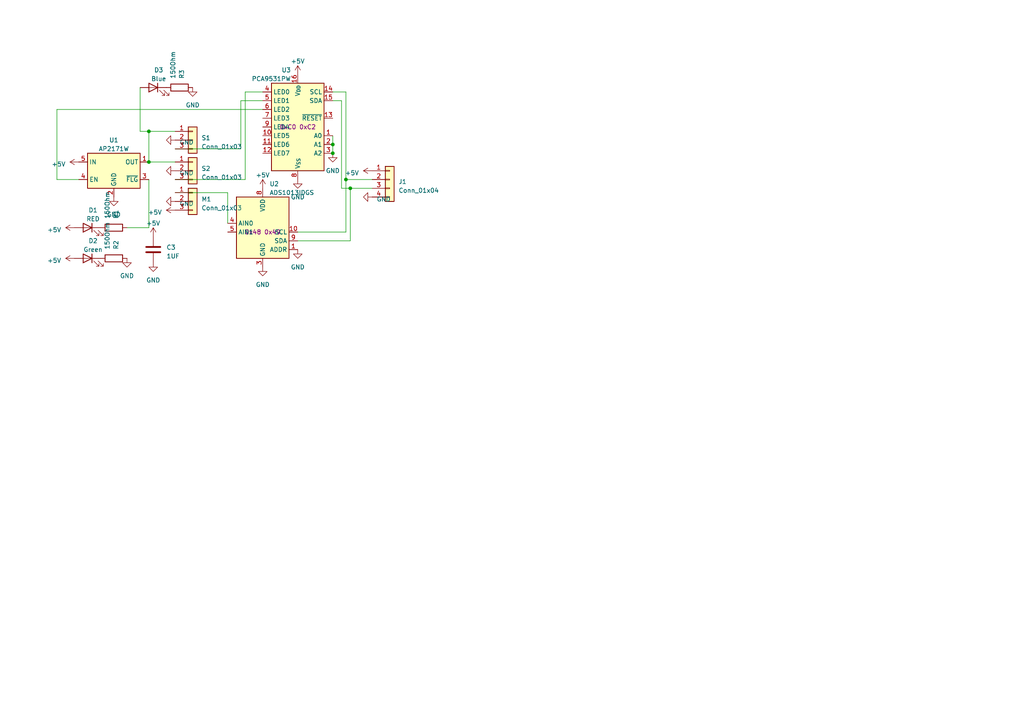
<source format=kicad_sch>
(kicad_sch (version 20230121) (generator eeschema)
  (paper "A4")
  (lib_symbols
    (symbol "Analog_ADC:ADS1013IDGS"
      (property "Reference" "U" (at 2.54 13.97 0))
      (property "Value" "ADS1013IDGS" (at 7.62 11.43 0))
      (symbol "ADS1013IDGS_0_1"
        (rectangle (start -7.62 10.16) (end 7.62 -7.62) (stroke (width 0.254)) (fill (type background)))
      )
      (symbol "ADS1013IDGS_1_1"
        (pin input line (at 10.16 -5.08 180) (length 2.54) (name "ADDR") (number "1"))
        (pin input line (at 10.16 0 180) (length 2.54) (name "SCL") (number "10"))
        (pin no_connect line (at 7.62 7.62 180) (length 2.54) hide (name "~") (number "2"))
        (pin power_in line (at 0 -10.16 90) (length 2.54) (name "GND") (number "3"))
        (pin input line (at -10.16 2.54 0) (length 2.54) (name "AIN0") (number "4"))
        (pin input line (at -10.16 0 0) (length 2.54) (name "AIN1") (number "5"))
        (pin no_connect line (at 7.62 5.08 180) (length 2.54) hide (name "~") (number "6"))
        (pin no_connect line (at 7.62 2.54 180) (length 2.54) hide (name "~") (number "7"))
        (pin power_in line (at 0 12.7 270) (length 2.54) (name "VDD") (number "8"))
        (pin bidirectional line (at 10.16 -2.54 180) (length 2.54) (name "SDA") (number "9"))
      )
    )
    (symbol "Connector_Generic:Conn_01x03" (pin_names (offset 1.016) hide)
      (property "Reference" "J" (at 0 5.08 0))
      (property "Value" "Conn_01x03" (at 0 -5.08 0))
      (symbol "Conn_01x03_1_1"
        (rectangle (start -1.27 -2.413) (end 0 -2.667) (stroke (width 0.1524)))
        (rectangle (start -1.27 0.127) (end 0 -0.127) (stroke (width 0.1524)))
        (rectangle (start -1.27 2.667) (end 0 2.413) (stroke (width 0.1524)))
        (rectangle (start -1.27 3.81) (end 1.27 -3.81) (stroke (width 0.254)) (fill (type background)))
        (pin passive line (at -5.08 2.54 0) (length 3.81) (name "Pin_1") (number "1"))
        (pin passive line (at -5.08 0 0) (length 3.81) (name "Pin_2") (number "2"))
        (pin passive line (at -5.08 -2.54 0) (length 3.81) (name "Pin_3") (number "3"))
      )
    )
    (symbol "Connector_Generic:Conn_01x04" (pin_names (offset 1.016) hide)
      (property "Reference" "J" (at 0 5.08 0))
      (property "Value" "Conn_01x04" (at 0 -7.62 0))
      (symbol "Conn_01x04_1_1"
        (rectangle (start -1.27 -4.953) (end 0 -5.207) (stroke (width 0.1524)))
        (rectangle (start -1.27 -2.413) (end 0 -2.667) (stroke (width 0.1524)))
        (rectangle (start -1.27 0.127) (end 0 -0.127) (stroke (width 0.1524)))
        (rectangle (start -1.27 2.667) (end 0 2.413) (stroke (width 0.1524)))
        (rectangle (start -1.27 3.81) (end 1.27 -6.35) (stroke (width 0.254)) (fill (type background)))
        (pin passive line (at -5.08 2.54 0) (length 3.81) (name "Pin_1") (number "1"))
        (pin passive line (at -5.08 0 0) (length 3.81) (name "Pin_2") (number "2"))
        (pin passive line (at -5.08 -2.54 0) (length 3.81) (name "Pin_3") (number "3"))
        (pin passive line (at -5.08 -5.08 0) (length 3.81) (name "Pin_4") (number "4"))
      )
    )
    (symbol "Device:C" (pin_numbers hide) (pin_names (offset 0.254))
      (property "Reference" "C" (at 0.635 2.54 0))
      (property "Value" "C" (at 0.635 -2.54 0))
      (symbol "C_0_1"
        (polyline (pts (xy -2.032 -0.762) (xy 2.032 -0.762)) (stroke (width 0.508)))
        (polyline (pts (xy -2.032 0.762) (xy 2.032 0.762)) (stroke (width 0.508)))
      )
      (symbol "C_1_1"
        (pin passive line (at 0 3.81 270) (length 2.794) (name "~") (number "1"))
        (pin passive line (at 0 -3.81 90) (length 2.794) (name "~") (number "2"))
      )
    )
    (symbol "Device:LED" (pin_numbers hide) (pin_names (offset 1.016) hide)
      (property "Reference" "D" (at 0 2.54 0))
      (property "Value" "LED" (at 0 -2.54 0))
      (symbol "LED_0_1"
        (polyline (pts (xy -1.27 -1.27) (xy -1.27 1.27)) (stroke (width 0.254)))
        (polyline (pts (xy -1.27 0) (xy 1.27 0)))
        (polyline (pts (xy 1.27 -1.27) (xy 1.27 1.27) (xy -1.27 0) (xy 1.27 -1.27)) (stroke (width 0.254)))
        (polyline (pts (xy -3.048 -0.762) (xy -4.572 -2.286) (xy -3.81 -2.286) (xy -4.572 -2.286) (xy -4.572 -1.524)))
        (polyline (pts (xy -1.778 -0.762) (xy -3.302 -2.286) (xy -2.54 -2.286) (xy -3.302 -2.286) (xy -3.302 -1.524)))
      )
      (symbol "LED_1_1"
        (pin passive line (at -3.81 0 0) (length 2.54) (name "K") (number "1"))
        (pin passive line (at 3.81 0 180) (length 2.54) (name "A") (number "2"))
      )
    )
    (symbol "Device:R" (pin_numbers hide) (pin_names (offset 0))
      (property "Reference" "R" (at 2.032 0 90))
      (property "Value" "R" (at 0 0 90))
      (symbol "R_0_1"
        (rectangle (start -1.016 -2.54) (end 1.016 2.54) (stroke (width 0.254)))
      )
      (symbol "R_1_1"
        (pin passive line (at 0 3.81 270) (length 1.27) (name "~") (number "1"))
        (pin passive line (at 0 -3.81 90) (length 1.27) (name "~") (number "2"))
      )
    )
    (symbol "Driver_LED:PCA9531PW"
      (property "Reference" "U" (at -7.62 13.97 0))
      (property "Value" "PCA9531PW" (at 6.35 -13.97 0))
      (symbol "PCA9531PW_0_1"
        (rectangle (start -7.62 12.7) (end 7.62 -12.7) (stroke (width 0.254)) (fill (type background)))
      )
      (symbol "PCA9531PW_1_1"
        (pin input line (at -10.16 -2.54 0) (length 2.54) (name "A0") (number "1"))
        (pin open_collector line (at 10.16 -2.54 180) (length 2.54) (name "LED5") (number "10"))
        (pin open_collector line (at 10.16 -5.08 180) (length 2.54) (name "LED6") (number "11"))
        (pin open_collector line (at 10.16 -7.62 180) (length 2.54) (name "LED7") (number "12"))
        (pin input line (at -10.16 2.54 0) (length 2.54) (name "~{RESET}") (number "13"))
        (pin input line (at -10.16 10.16 0) (length 2.54) (name "SCL") (number "14"))
        (pin bidirectional line (at -10.16 7.62 0) (length 2.54) (name "SDA") (number "15"))
        (pin power_in line (at 0 15.24 270) (length 2.54) (name "V_{DD}") (number "16"))
        (pin input line (at -10.16 -5.08 0) (length 2.54) (name "A1") (number "2"))
        (pin input line (at -10.16 -7.62 0) (length 2.54) (name "A2") (number "3"))
        (pin open_collector line (at 10.16 10.16 180) (length 2.54) (name "LED0") (number "4"))
        (pin open_collector line (at 10.16 7.62 180) (length 2.54) (name "LED1") (number "5"))
        (pin open_collector line (at 10.16 5.08 180) (length 2.54) (name "LED2") (number "6"))
        (pin open_collector line (at 10.16 2.54 180) (length 2.54) (name "LED3") (number "7"))
        (pin power_in line (at 0 -15.24 90) (length 2.54) (name "V_{SS}") (number "8"))
        (pin open_collector line (at 10.16 0 180) (length 2.54) (name "LED4") (number "9"))
      )
    )
    (symbol "Power_Management:AP2171W"
      (property "Reference" "U" (at -7.62 -6.35 0))
      (property "Value" "AP2171W" (at -7.62 6.35 0))
      (symbol "AP2171W_0_1"
        (rectangle (start -7.62 5.08) (end 7.62 -5.08) (stroke (width 0.254)) (fill (type background)))
      )
      (symbol "AP2171W_1_1"
        (pin power_out line (at 10.16 2.54 180) (length 2.54) (name "OUT") (number "1"))
        (pin power_in line (at 0 -7.62 90) (length 2.54) (name "GND") (number "2"))
        (pin open_collector line (at 10.16 -2.54 180) (length 2.54) (name "~{FLG}") (number "3"))
        (pin input line (at -10.16 -2.54 0) (length 2.54) (name "EN") (number "4"))
        (pin power_in line (at -10.16 2.54 0) (length 2.54) (name "IN") (number "5"))
      )
    )
    (symbol "power:+5V" (power) (pin_names (offset 0))
      (property "Value" "+5V" (at 0 3.556 0))
      (symbol "+5V_0_1"
        (polyline (pts (xy -0.762 1.27) (xy 0 2.54)))
        (polyline (pts (xy 0 0) (xy 0 2.54)))
        (polyline (pts (xy 0 2.54) (xy 0.762 1.27)))
      )
      (symbol "+5V_1_1"
        (pin power_in line (at 0 0 90) (length 0) hide (name "+5V") (number "1"))
      )
    )
    (symbol "power:GND" (power) (pin_names (offset 0))
      (property "Value" "GND" (at 0 -3.81 0))
      (symbol "GND_0_1"
        (polyline (pts (xy 0 0) (xy 0 -1.27) (xy 1.27 -1.27) (xy 0 -2.54) (xy -1.27 -1.27) (xy 0 -1.27)))
      )
      (symbol "GND_1_1"
        (pin power_in line (at 0 0 270) (length 0) hide (name "GND") (number "1"))
      )
    )
  )
  (junction (at 43.18 46.99))
  (junction (at 96.52 41.91))
  (junction (at 101.6 54.61))
  (junction (at 43.18 38.1))
  (junction (at 96.52 44.45))
  (junction (at 100.33 52.07))
  (wire (pts (xy 40.64 25.4) (xy 40.64 38.1)))
  (wire (pts (xy 50.8 55.88) (xy 66.04 55.88)))
  (wire (pts (xy 99.06 54.61) (xy 101.6 54.61)))
  (wire (pts (xy 16.51 31.75) (xy 76.2 31.75)))
  (wire (pts (xy 69.85 29.21) (xy 76.2 29.21)))
  (wire (pts (xy 43.18 66.04) (xy 43.18 52.07)))
  (wire (pts (xy 96.52 39.37) (xy 96.52 41.91)))
  (wire (pts (xy 101.6 69.85) (xy 101.6 54.61)))
  (wire (pts (xy 50.8 52.07) (xy 71.12 52.07)))
  (wire (pts (xy 100.33 52.07) (xy 100.33 26.67)))
  (wire (pts (xy 100.33 26.67) (xy 96.52 26.67)))
  (wire (pts (xy 36.83 66.04) (xy 43.18 66.04)))
  (wire (pts (xy 86.36 67.31) (xy 100.33 67.31)))
  (wire (pts (xy 50.8 43.18) (xy 69.85 43.18)))
  (wire (pts (xy 101.6 54.61) (xy 107.95 54.61)))
  (wire (pts (xy 99.06 29.21) (xy 99.06 54.61)))
  (wire (pts (xy 16.51 52.07) (xy 16.51 31.75)))
  (wire (pts (xy 40.64 38.1) (xy 43.18 38.1)))
  (wire (pts (xy 86.36 69.85) (xy 101.6 69.85)))
  (wire (pts (xy 43.18 46.99) (xy 50.8 46.99)))
  (wire (pts (xy 71.12 26.67) (xy 71.12 52.07)))
  (wire (pts (xy 96.52 41.91) (xy 96.52 44.45)))
  (wire (pts (xy 43.18 38.1) (xy 43.18 46.99)))
  (wire (pts (xy 96.52 29.21) (xy 99.06 29.21)))
  (wire (pts (xy 69.85 29.21) (xy 69.85 43.18)))
  (wire (pts (xy 50.8 38.1) (xy 43.18 38.1)))
  (wire (pts (xy 71.12 26.67) (xy 76.2 26.67)))
  (wire (pts (xy 22.86 52.07) (xy 16.51 52.07)))
  (wire (pts (xy 66.04 55.88) (xy 66.04 64.77)))
  (wire (pts (xy 107.95 52.07) (xy 100.33 52.07)))
  (wire (pts (xy 100.33 67.31) (xy 100.33 52.07)))
  (symbol (lib_id "Connector_Generic:Conn_01x03") (at 55.88 49.53 0) (unit 1)
    (property "Reference" "S2" (at 58.42 48.895 0) (effects (justify left)))
    (property "Value" "Conn_01x03" (at 58.42 51.435 0) (effects (justify left)))
    (property "Footprint" "Connector_PinHeader_2.54mm:PinHeader_1x03_P2.54mm_Horizontal" (effects hide))
  )
  (symbol (lib_id "power:GND") (at 55.88 25.4 0) (unit 1)
    (property "Reference" "#PWR021" (effects hide))
    (property "Value" "GND" (at 55.88 30.48 0))
  )
  (symbol (lib_id "Device:LED") (at 25.4 74.93 0) (mirror y) (unit 1)
    (property "Reference" "D2" (at 26.9875 69.85 0))
    (property "Value" "Green" (at 26.9875 72.39 0))
    (property "Footprint" "LED_SMD:LED_0603_1608Metric_Pad1.05x0.95mm_HandSolder" (effects hide))
  )
  (symbol (lib_id "power:+5V") (at 50.8 60.96 90) (unit 1)
    (property "Reference" "#PWR011" (effects hide))
    (property "Value" "+5V" (at 46.99 61.595 90) (effects (justify left)))
  )
  (symbol (lib_id "power:+5V") (at 44.45 68.58 0) (unit 1)
    (property "Reference" "#PWR016" (effects hide))
    (property "Value" "+5V" (at 44.45 64.77 0))
  )
  (symbol (lib_id "power:+5V") (at 86.36 21.59 0) (unit 1)
    (property "Reference" "#PWR018" (effects hide))
    (property "Value" "+5V" (at 86.36 17.78 0))
  )
  (symbol (lib_id "Device:LED") (at 44.45 25.4 0) (mirror y) (unit 1)
    (property "Reference" "D3" (at 46.0375 20.32 0))
    (property "Value" "Blue" (at 46.0375 22.86 0))
    (property "Footprint" "LED_SMD:LED_0603_1608Metric_Pad1.05x0.95mm_HandSolder" (effects hide))
  )
  (symbol (lib_id "power:+5V") (at 21.59 66.04 90) (unit 1)
    (property "Reference" "#PWR010" (effects hide))
    (property "Value" "+5V" (at 17.78 66.675 90) (effects (justify left)))
  )
  (symbol (lib_id "Device:R") (at 52.07 25.4 270) (mirror x) (unit 1)
    (property "Reference" "R3" (at 52.705 22.86 0) (effects (justify left)))
    (property "Value" "150Ohm" (at 50.165 22.86 0) (effects (justify left)))
    (property "Footprint" "Resistor_SMD:R_0603_1608Metric_Pad0.98x0.95mm_HandSolder" (effects hide))
  )
  (symbol (lib_id "power:+5V") (at 107.95 49.53 90) (unit 1)
    (property "Reference" "#PWR05" (effects hide))
    (property "Value" "+5V" (at 104.14 50.165 90) (effects (justify left)))
  )
  (symbol (lib_id "power:+5V") (at 76.2 54.61 0) (unit 1)
    (property "Reference" "#PWR09" (effects hide))
    (property "Value" "+5V" (at 76.2 50.8 0))
  )
  (symbol (lib_id "Device:C") (at 44.45 72.39 0) (unit 1)
    (property "Reference" "C3" (at 48.26 71.755 0) (effects (justify left)))
    (property "Value" "1UF" (at 48.26 74.295 0) (effects (justify left)))
    (property "Footprint" "Capacitor_SMD:C_0603_1608Metric_Pad1.08x0.95mm_HandSolder" (effects hide))
  )
  (symbol (lib_id "power:GND") (at 76.2 77.47 0) (unit 1)
    (property "Reference" "#PWR02" (effects hide))
    (property "Value" "GND" (at 76.2 82.55 0))
  )
  (symbol (lib_id "power:GND") (at 44.45 76.2 0) (unit 1)
    (property "Reference" "#PWR017" (effects hide))
    (property "Value" "GND" (at 44.45 81.28 0))
  )
  (symbol (lib_id "power:GND") (at 50.8 40.64 270) (unit 1)
    (property "Reference" "#PWR08" (effects hide))
    (property "Value" "GND" (at 52.07 41.275 90) (effects (justify left)))
  )
  (symbol (lib_id "Device:LED") (at 25.4 66.04 0) (mirror y) (unit 1)
    (property "Reference" "D1" (at 26.9875 60.96 0))
    (property "Value" "RED" (at 26.9875 63.5 0))
    (property "Footprint" "LED_SMD:LED_0603_1608Metric_Pad1.05x0.95mm_HandSolder" (effects hide))
  )
  (symbol (lib_id "Device:R") (at 33.02 74.93 270) (mirror x) (unit 1)
    (property "Reference" "R2" (at 33.655 72.39 0) (effects (justify left)))
    (property "Value" "150Ohm" (at 31.115 72.39 0) (effects (justify left)))
    (property "Footprint" "Resistor_SMD:R_0603_1608Metric_Pad0.98x0.95mm_HandSolder" (effects hide))
  )
  (symbol (lib_id "power:GND") (at 50.8 58.42 270) (unit 1)
    (property "Reference" "#PWR04" (effects hide))
    (property "Value" "GND" (at 52.07 59.055 90) (effects (justify left)))
  )
  (symbol (lib_id "Power_Management:AP2171W") (at 33.02 49.53 0) (unit 1)
    (property "Reference" "U1" (at 33.02 40.64 0))
    (property "Value" "AP2171W" (at 33.02 43.18 0))
    (property "Footprint" "Package_TO_SOT_SMD:SOT-23-5" (effects hide))
    (property "Datasheet" "https://www.diodes.com/assets/Datasheets/AP2161.pdf" (effects hide))
  )
  (symbol (lib_id "power:GND") (at 86.36 52.07 0) (unit 1)
    (property "Reference" "#PWR019" (effects hide))
    (property "Value" "GND" (at 86.36 57.15 0))
  )
  (symbol (lib_id "Analog_ADC:ADS1013IDGS") (at 76.2 67.31 0) (unit 1)
    (property "Reference" "U2" (at 78.1559 53.34 0) (effects (justify left)))
    (property "Value" "ADS1013IDGS" (at 78.1559 55.88 0) (effects (justify left)))
    (property "Footprint" "Package_SO:TSSOP-10_3x3mm_P0.5mm" (effects hide))
    (property "Datasheet" "http://www.ti.com/lit/ds/symlink/ads1015.pdf" (effects hide))
    (property "Address" "0x48 0x49" (at 76.2 67.31 0))
  )
  (symbol (lib_id "power:+5V") (at 22.86 46.99 90) (unit 1)
    (property "Reference" "#PWR01" (effects hide))
    (property "Value" "+5V" (at 19.05 47.625 90) (effects (justify left)))
  )
  (symbol (lib_id "Connector_Generic:Conn_01x04") (at 113.03 52.07 0) (unit 1)
    (property "Reference" "J1" (at 115.57 52.705 0) (effects (justify left)))
    (property "Value" "Conn_01x04" (at 115.57 55.245 0) (effects (justify left)))
    (property "Footprint" "Connector_JST:JST_EH_S4B-EH_1x04_P2.50mm_Horizontal" (effects hide))
  )
  (symbol (lib_id "power:+5V") (at 21.59 74.93 90) (unit 1)
    (property "Reference" "#PWR014" (effects hide))
    (property "Value" "+5V" (at 17.78 75.565 90) (effects (justify left)))
  )
  (symbol (lib_id "Connector_Generic:Conn_01x03") (at 55.88 40.64 0) (unit 1)
    (property "Reference" "S1" (at 58.42 40.005 0) (effects (justify left)))
    (property "Value" "Conn_01x03" (at 58.42 42.545 0) (effects (justify left)))
    (property "Footprint" "Connector_PinHeader_2.54mm:PinHeader_1x03_P2.54mm_Horizontal" (effects hide))
  )
  (symbol (lib_id "Connector_Generic:Conn_01x03") (at 55.88 58.42 0) (unit 1)
    (property "Reference" "M1" (at 58.42 57.785 0) (effects (justify left)))
    (property "Value" "Conn_01x03" (at 58.42 60.325 0) (effects (justify left)))
    (property "Footprint" "Connector_PinHeader_2.54mm:PinHeader_1x03_P2.54mm_Horizontal" (effects hide))
  )
  (symbol (lib_id "power:GND") (at 86.36 72.39 0) (unit 1)
    (property "Reference" "#PWR012" (effects hide))
    (property "Value" "GND" (at 86.36 77.47 0))
  )
  (symbol (lib_id "power:GND") (at 107.95 57.15 270) (unit 1)
    (property "Reference" "#PWR06" (effects hide))
    (property "Value" "GND" (at 109.22 57.785 90) (effects (justify left)))
  )
  (symbol (lib_id "power:GND") (at 96.52 44.45 0) (unit 1)
    (property "Reference" "#PWR013" (effects hide))
    (property "Value" "GND" (at 96.52 49.53 0))
  )
  (symbol (lib_id "Device:R") (at 33.02 66.04 270) (mirror x) (unit 1)
    (property "Reference" "R1" (at 33.655 63.5 0) (effects (justify left)))
    (property "Value" "150Ohm" (at 31.115 63.5 0) (effects (justify left)))
    (property "Footprint" "Resistor_SMD:R_0603_1608Metric_Pad0.98x0.95mm_HandSolder" (effects hide))
  )
  (symbol (lib_id "power:GND") (at 33.02 57.15 0) (unit 1)
    (property "Reference" "#PWR03" (effects hide))
    (property "Value" "GND" (at 33.02 62.23 0))
  )
  (symbol (lib_id "power:GND") (at 36.83 74.93 0) (unit 1)
    (property "Reference" "#PWR015" (effects hide))
    (property "Value" "GND" (at 36.83 80.01 0))
  )
  (symbol (lib_id "power:GND") (at 50.8 49.53 270) (unit 1)
    (property "Reference" "#PWR07" (effects hide))
    (property "Value" "GND" (at 52.07 50.165 90) (effects (justify left)))
  )
  (symbol (lib_id "Driver_LED:PCA9531PW") (at 86.36 36.83 0) (mirror y) (unit 1)
    (property "Reference" "U3" (at 84.4041 20.32 0) (effects (justify left)))
    (property "Value" "PCA9531PW" (at 84.4041 22.86 0) (effects (justify left)))
    (property "Footprint" "Package_SO:TSSOP-16_4.4x5mm_P0.65mm" (effects hide))
    (property "Datasheet" "https://www.nxp.com/docs/en/data-sheet/PCA9531.pdf" (effects hide))
    (property "Address" "0xC0 0xC2" (at 86.36 36.83 0))
  )
)
</source>
